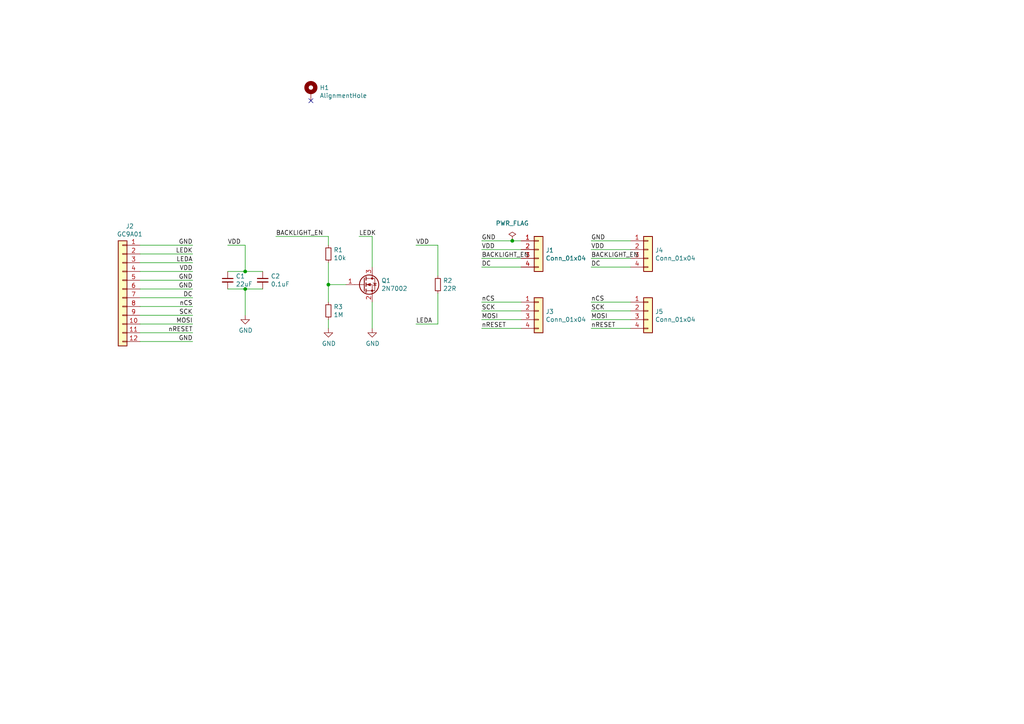
<source format=kicad_sch>
(kicad_sch (version 20211123) (generator eeschema)
  (paper "A4")
  (title_block (rev "${RELEASE_VERSION}") (comment 2 "${COMMIT_DATE_LONG}") (comment 3 "${COMMIT_HASH}"))
  (lib_symbols
    (symbol "Connector_Generic:Conn_01x04" (pin_names (offset 1.016) hide)
      (property "Reference" "J" (at 0 5.08 0))
      (property "Value" "Conn_01x04" (at 0 -7.62 0))
      (symbol "Conn_01x04_1_1"
        (rectangle (start -1.27 -4.953) (end 0 -5.207) (stroke (width 0.1524)))
        (rectangle (start -1.27 -2.413) (end 0 -2.667) (stroke (width 0.1524)))
        (rectangle (start -1.27 0.127) (end 0 -0.127) (stroke (width 0.1524)))
        (rectangle (start -1.27 2.667) (end 0 2.413) (stroke (width 0.1524)))
        (rectangle (start -1.27 3.81) (end 1.27 -6.35) (stroke (width 0.254)) (fill (type background)))
        (pin passive line (at -5.08 2.54 0) (length 3.81) (name "Pin_1") (number "1"))
        (pin passive line (at -5.08 0 0) (length 3.81) (name "Pin_2") (number "2"))
        (pin passive line (at -5.08 -2.54 0) (length 3.81) (name "Pin_3") (number "3"))
        (pin passive line (at -5.08 -5.08 0) (length 3.81) (name "Pin_4") (number "4"))
      )
    )
    (symbol "Connector_Generic:Conn_01x12" (pin_names (offset 1.016) hide)
      (property "Reference" "J" (at 0 15.24 0))
      (property "Value" "Conn_01x12" (at 0 -17.78 0))
      (symbol "Conn_01x12_1_1"
        (rectangle (start -1.27 -15.113) (end 0 -15.367) (stroke (width 0.1524)))
        (rectangle (start -1.27 -12.573) (end 0 -12.827) (stroke (width 0.1524)))
        (rectangle (start -1.27 -10.033) (end 0 -10.287) (stroke (width 0.1524)))
        (rectangle (start -1.27 -7.493) (end 0 -7.747) (stroke (width 0.1524)))
        (rectangle (start -1.27 -4.953) (end 0 -5.207) (stroke (width 0.1524)))
        (rectangle (start -1.27 -2.413) (end 0 -2.667) (stroke (width 0.1524)))
        (rectangle (start -1.27 0.127) (end 0 -0.127) (stroke (width 0.1524)))
        (rectangle (start -1.27 2.667) (end 0 2.413) (stroke (width 0.1524)))
        (rectangle (start -1.27 5.207) (end 0 4.953) (stroke (width 0.1524)))
        (rectangle (start -1.27 7.747) (end 0 7.493) (stroke (width 0.1524)))
        (rectangle (start -1.27 10.287) (end 0 10.033) (stroke (width 0.1524)))
        (rectangle (start -1.27 12.827) (end 0 12.573) (stroke (width 0.1524)))
        (rectangle (start -1.27 13.97) (end 1.27 -16.51) (stroke (width 0.254)) (fill (type background)))
        (pin passive line (at -5.08 12.7 0) (length 3.81) (name "Pin_1") (number "1"))
        (pin passive line (at -5.08 -10.16 0) (length 3.81) (name "Pin_10") (number "10"))
        (pin passive line (at -5.08 -12.7 0) (length 3.81) (name "Pin_11") (number "11"))
        (pin passive line (at -5.08 -15.24 0) (length 3.81) (name "Pin_12") (number "12"))
        (pin passive line (at -5.08 10.16 0) (length 3.81) (name "Pin_2") (number "2"))
        (pin passive line (at -5.08 7.62 0) (length 3.81) (name "Pin_3") (number "3"))
        (pin passive line (at -5.08 5.08 0) (length 3.81) (name "Pin_4") (number "4"))
        (pin passive line (at -5.08 2.54 0) (length 3.81) (name "Pin_5") (number "5"))
        (pin passive line (at -5.08 0 0) (length 3.81) (name "Pin_6") (number "6"))
        (pin passive line (at -5.08 -2.54 0) (length 3.81) (name "Pin_7") (number "7"))
        (pin passive line (at -5.08 -5.08 0) (length 3.81) (name "Pin_8") (number "8"))
        (pin passive line (at -5.08 -7.62 0) (length 3.81) (name "Pin_9") (number "9"))
      )
    )
    (symbol "Device:C_Small" (pin_numbers hide) (pin_names (offset 0.254) hide)
      (property "Reference" "C" (at 0.254 1.778 0))
      (property "Value" "C_Small" (at 0.254 -2.032 0))
      (symbol "C_Small_0_1"
        (polyline (pts (xy -1.524 -0.508) (xy 1.524 -0.508)) (stroke (width 0.3302)))
        (polyline (pts (xy -1.524 0.508) (xy 1.524 0.508)) (stroke (width 0.3048)))
      )
      (symbol "C_Small_1_1"
        (pin passive line (at 0 2.54 270) (length 2.032) (name "~") (number "1"))
        (pin passive line (at 0 -2.54 90) (length 2.032) (name "~") (number "2"))
      )
    )
    (symbol "Device:R_Small" (pin_numbers hide) (pin_names (offset 0.254) hide)
      (property "Reference" "R" (at 0.762 0.508 0))
      (property "Value" "R_Small" (at 0.762 -1.016 0))
      (symbol "R_Small_0_1"
        (rectangle (start -0.762 1.778) (end 0.762 -1.778) (stroke (width 0.2032)))
      )
      (symbol "R_Small_1_1"
        (pin passive line (at 0 2.54 270) (length 0.762) (name "~") (number "1"))
        (pin passive line (at 0 -2.54 90) (length 0.762) (name "~") (number "2"))
      )
    )
    (symbol "Mechanical:MountingHole_Pad" (pin_numbers hide) (pin_names (offset 1.016) hide)
      (property "Reference" "H" (at 0 6.35 0))
      (property "Value" "MountingHole_Pad" (at 0 4.445 0))
      (symbol "MountingHole_Pad_0_1"
        (circle (center 0 1.27) (radius 1.27) (stroke (width 1.27)))
      )
      (symbol "MountingHole_Pad_1_1"
        (pin input line (at 0 -2.54 90) (length 2.54) (name "1") (number "1"))
      )
    )
    (symbol "Transistor_FET:2N7002" (pin_names hide)
      (property "Reference" "Q" (at 5.08 1.905 0))
      (property "Value" "2N7002" (at 5.08 0 0))
      (symbol "2N7002_0_1"
        (polyline (pts (xy 0.254 0) (xy -2.54 0)))
        (polyline (pts (xy 0.254 1.905) (xy 0.254 -1.905)) (stroke (width 0.254)))
        (polyline (pts (xy 0.762 -1.27) (xy 0.762 -2.286)) (stroke (width 0.254)))
        (polyline (pts (xy 0.762 0.508) (xy 0.762 -0.508)) (stroke (width 0.254)))
        (polyline (pts (xy 0.762 2.286) (xy 0.762 1.27)) (stroke (width 0.254)))
        (polyline (pts (xy 2.54 2.54) (xy 2.54 1.778)))
        (polyline (pts (xy 2.54 -2.54) (xy 2.54 0) (xy 0.762 0)))
        (polyline (pts (xy 0.762 -1.778) (xy 3.302 -1.778) (xy 3.302 1.778) (xy 0.762 1.778)))
        (polyline (pts (xy 1.016 0) (xy 2.032 0.381) (xy 2.032 -0.381) (xy 1.016 0)) (fill (type outline)))
        (polyline (pts (xy 2.794 0.508) (xy 2.921 0.381) (xy 3.683 0.381) (xy 3.81 0.254)))
        (polyline (pts (xy 3.302 0.381) (xy 2.921 -0.254) (xy 3.683 -0.254) (xy 3.302 0.381)))
        (circle (center 1.651 0) (radius 2.794) (stroke (width 0.254)))
        (circle (center 2.54 -1.778) (radius 0.254) (fill (type outline)))
        (circle (center 2.54 1.778) (radius 0.254) (fill (type outline)))
      )
      (symbol "2N7002_1_1"
        (pin input line (at -5.08 0 0) (length 2.54) (name "G") (number "1"))
        (pin passive line (at 2.54 -5.08 90) (length 2.54) (name "S") (number "2"))
        (pin passive line (at 2.54 5.08 270) (length 2.54) (name "D") (number "3"))
      )
    )
    (symbol "power:GND" (power) (pin_names (offset 0))
      (property "Value" "GND" (at 0 -3.81 0))
      (symbol "GND_0_1"
        (polyline (pts (xy 0 0) (xy 0 -1.27) (xy 1.27 -1.27) (xy 0 -2.54) (xy -1.27 -1.27) (xy 0 -1.27)))
      )
      (symbol "GND_1_1"
        (pin power_in line (at 0 0 270) (length 0) hide (name "GND") (number "1"))
      )
    )
    (symbol "power:PWR_FLAG" (power) (pin_numbers hide) (pin_names (offset 0) hide)
      (property "Value" "PWR_FLAG" (at 0 3.81 0))
      (symbol "PWR_FLAG_0_0"
        (pin power_out line (at 0 0 90) (length 0) (name "pwr") (number "1"))
      )
      (symbol "PWR_FLAG_0_1"
        (polyline (pts (xy 0 0) (xy 0 1.27) (xy -1.016 1.905) (xy 0 2.54) (xy 1.016 1.905) (xy 0 1.27)))
      )
    )
  )
  (junction (at 71.12 78.74))
  (junction (at 95.25 82.55))
  (junction (at 71.12 83.82))
  (junction (at 148.59 69.85))
  (no_connect (at 90.17 29.21))
  (wire (pts (xy 151.13 92.71) (xy 139.7 92.71)))
  (wire (pts (xy 71.12 83.82) (xy 66.04 83.82)))
  (wire (pts (xy 151.13 72.39) (xy 139.7 72.39)))
  (wire (pts (xy 66.04 78.74) (xy 71.12 78.74)))
  (wire (pts (xy 182.88 69.85) (xy 171.45 69.85)))
  (wire (pts (xy 40.64 71.12) (xy 55.88 71.12)))
  (wire (pts (xy 71.12 83.82) (xy 71.12 91.44)))
  (wire (pts (xy 40.64 91.44) (xy 55.88 91.44)))
  (wire (pts (xy 40.64 93.98) (xy 55.88 93.98)))
  (wire (pts (xy 182.88 72.39) (xy 171.45 72.39)))
  (wire (pts (xy 151.13 90.17) (xy 139.7 90.17)))
  (wire (pts (xy 182.88 74.93) (xy 171.45 74.93)))
  (wire (pts (xy 71.12 78.74) (xy 71.12 71.12)))
  (wire (pts (xy 151.13 74.93) (xy 139.7 74.93)))
  (wire (pts (xy 182.88 95.25) (xy 171.45 95.25)))
  (wire (pts (xy 148.59 69.85) (xy 139.7 69.85)))
  (wire (pts (xy 95.25 68.58) (xy 95.25 71.12)))
  (wire (pts (xy 151.13 95.25) (xy 139.7 95.25)))
  (wire (pts (xy 151.13 87.63) (xy 139.7 87.63)))
  (wire (pts (xy 40.64 73.66) (xy 55.88 73.66)))
  (wire (pts (xy 100.33 82.55) (xy 95.25 82.55)))
  (wire (pts (xy 40.64 78.74) (xy 55.88 78.74)))
  (wire (pts (xy 71.12 78.74) (xy 76.2 78.74)))
  (wire (pts (xy 151.13 69.85) (xy 148.59 69.85)))
  (wire (pts (xy 40.64 83.82) (xy 55.88 83.82)))
  (wire (pts (xy 40.64 86.36) (xy 55.88 86.36)))
  (wire (pts (xy 40.64 96.52) (xy 55.88 96.52)))
  (wire (pts (xy 127 80.01) (xy 127 71.12)))
  (wire (pts (xy 182.88 92.71) (xy 171.45 92.71)))
  (wire (pts (xy 95.25 76.2) (xy 95.25 82.55)))
  (wire (pts (xy 151.13 77.47) (xy 139.7 77.47)))
  (wire (pts (xy 71.12 71.12) (xy 66.04 71.12)))
  (wire (pts (xy 127 93.98) (xy 127 85.09)))
  (wire (pts (xy 182.88 87.63) (xy 171.45 87.63)))
  (wire (pts (xy 76.2 83.82) (xy 71.12 83.82)))
  (wire (pts (xy 95.25 82.55) (xy 95.25 87.63)))
  (wire (pts (xy 80.01 68.58) (xy 95.25 68.58)))
  (wire (pts (xy 107.95 68.58) (xy 104.14 68.58)))
  (wire (pts (xy 182.88 90.17) (xy 171.45 90.17)))
  (wire (pts (xy 40.64 99.06) (xy 55.88 99.06)))
  (wire (pts (xy 40.64 81.28) (xy 55.88 81.28)))
  (wire (pts (xy 107.95 87.63) (xy 107.95 95.25)))
  (wire (pts (xy 107.95 77.47) (xy 107.95 68.58)))
  (wire (pts (xy 120.65 93.98) (xy 127 93.98)))
  (wire (pts (xy 95.25 95.25) (xy 95.25 92.71)))
  (wire (pts (xy 40.64 88.9) (xy 55.88 88.9)))
  (wire (pts (xy 127 71.12) (xy 120.65 71.12)))
  (wire (pts (xy 182.88 77.47) (xy 171.45 77.47)))
  (wire (pts (xy 40.64 76.2) (xy 55.88 76.2)))
  (label "BACKLIGHT_EN" (at 80.01 68.58 0))
  (label "MOSI" (at 139.7 92.71 0))
  (label "GND" (at 55.88 81.28 180))
  (label "VDD" (at 120.65 71.12 0))
  (label "VDD" (at 171.45 72.39 0))
  (label "DC" (at 55.88 86.36 180))
  (label "nRESET" (at 55.88 96.52 180))
  (label "LEDK" (at 104.14 68.58 0))
  (label "DC" (at 139.7 77.47 0))
  (label "LEDA" (at 55.88 76.2 180))
  (label "GND" (at 55.88 99.06 180))
  (label "MOSI" (at 55.88 93.98 180))
  (label "VDD" (at 66.04 71.12 0))
  (label "GND" (at 55.88 83.82 180))
  (label "SCK" (at 171.45 90.17 0))
  (label "GND" (at 139.7 69.85 0))
  (label "BACKLIGHT_EN" (at 139.7 74.93 0))
  (label "MOSI" (at 171.45 92.71 0))
  (label "nCS" (at 139.7 87.63 0))
  (label "LEDK" (at 55.88 73.66 180))
  (label "SCK" (at 55.88 91.44 180))
  (label "VDD" (at 139.7 72.39 0))
  (label "BACKLIGHT_EN" (at 171.45 74.93 0))
  (label "nRESET" (at 171.45 95.25 0))
  (label "GND" (at 171.45 69.85 0))
  (label "VDD" (at 55.88 78.74 180))
  (label "DC" (at 171.45 77.47 0))
  (label "LEDA" (at 120.65 93.98 0))
  (label "SCK" (at 139.7 90.17 0))
  (label "nRESET" (at 139.7 95.25 0))
  (label "nCS" (at 55.88 88.9 180))
  (label "GND" (at 55.88 71.12 180))
  (label "nCS" (at 171.45 87.63 0))
  (symbol (lib_id "Mechanical:MountingHole_Pad") (at 90.17 26.67 0) (unit 1)
    (property "Reference" "H1" (at 92.71 25.4254 0) (effects (justify left)))
    (property "Value" "AlignmentHole" (at 92.71 27.7368 0) (effects (justify left)))
    (property "Footprint" "Holes:AlignmentHole_1.6" (effects hide))
  )
  (symbol (lib_id "Connector_Generic:Conn_01x12") (at 35.56 83.82 0) (mirror y) (unit 1)
    (property "Reference" "J2" (at 37.6428 65.6082 0))
    (property "Value" "GC9A01" (at 37.6428 67.9196 0))
    (property "Footprint" "LCD_GC9A01:GC9A01Round1.28" (effects hide))
    (property "AliExpress" "https://www.aliexpress.com/item/1005001321857930.html" (effects hide))
    (property "Digikey" "N/A" (effects hide))
    (property "LCSC" "N/A" (effects hide))
    (property "Mouser" "N/A" (effects hide))
  )
  (symbol (lib_id "Connector_Generic:Conn_01x04") (at 156.21 72.39 0) (unit 1)
    (property "Reference" "J1" (at 158.242 72.5932 0) (effects (justify left)))
    (property "Value" "Conn_01x04" (at 158.242 74.9046 0) (effects (justify left)))
    (property "Footprint" "SolderPads:SolderPads_2mm_4" (effects hide))
  )
  (symbol (lib_id "Connector_Generic:Conn_01x04") (at 156.21 90.17 0) (unit 1)
    (property "Reference" "J3" (at 158.242 90.3732 0) (effects (justify left)))
    (property "Value" "Conn_01x04" (at 158.242 92.6846 0) (effects (justify left)))
    (property "Footprint" "SolderPads:SolderPads_2mm_4" (effects hide))
  )
  (symbol (lib_id "Transistor_FET:2N7002") (at 105.41 82.55 0) (unit 1)
    (property "Reference" "Q1" (at 110.5916 81.3816 0) (effects (justify left)))
    (property "Value" "2N7002" (at 110.5916 83.693 0) (effects (justify left)))
    (property "Footprint" "Package_TO_SOT_SMD:SOT-23" (effects hide))
    (property "Datasheet" "https://www.onsemi.com/pub/Collateral/NDS7002A-D.PDF" (effects hide))
    (property "Digikey" "2N7002H6327XTSA2CT-ND" (effects hide))
    (property "LCSC" "2N7002" (effects hide))
    (property "Mouser" "771-2N7002NXAKR" (effects hide))
  )
  (symbol (lib_id "power:GND") (at 107.95 95.25 0) (unit 1)
    (property "Reference" "#PWR03" (effects hide))
    (property "Value" "GND" (at 108.077 99.6442 0))
  )
  (symbol (lib_id "power:GND") (at 95.25 95.25 0) (unit 1)
    (property "Reference" "#PWR02" (effects hide))
    (property "Value" "GND" (at 95.377 99.6442 0))
  )
  (symbol (lib_id "Device:R_Small") (at 95.25 90.17 0) (unit 1)
    (property "Reference" "R3" (at 96.7486 89.0016 0) (effects (justify left)))
    (property "Value" "1M" (at 96.7486 91.313 0) (effects (justify left)))
    (property "Footprint" "Resistor_SMD:R_0603_1608Metric" (effects hide))
    (property "Digikey" "RMCF0603JT1M00CT-ND" (effects hide))
    (property "Mouser" "652-CR0603FX-1004ELF" (effects hide))
  )
  (symbol (lib_id "Device:R_Small") (at 95.25 73.66 0) (unit 1)
    (property "Reference" "R1" (at 96.7486 72.4916 0) (effects (justify left)))
    (property "Value" "10k" (at 96.7486 74.803 0) (effects (justify left)))
    (property "Footprint" "Resistor_SMD:R_0603_1608Metric" (effects hide))
    (property "Digikey" "RMCF0603JT10K0CT-ND" (effects hide))
    (property "LCSC" "C98220" (effects hide))
    (property "Mouser" "652-CR0603FX-1002ELF" (effects hide))
  )
  (symbol (lib_id "Device:C_Small") (at 66.04 81.28 0) (unit 1)
    (property "Reference" "C1" (at 68.3768 80.1116 0) (effects (justify left)))
    (property "Value" "22uF" (at 68.3768 82.423 0) (effects (justify left)))
    (property "Footprint" "Capacitor_SMD:C_0805_2012Metric" (effects hide))
    (property "Digikey" "1276-CL21A226MAYNNNECT-ND" (effects hide))
    (property "LCSC" "C98190" (effects hide))
    (property "Mouser" "187-CL21A226MAYNNNE" (effects hide))
  )
  (symbol (lib_id "power:GND") (at 71.12 91.44 0) (unit 1)
    (property "Reference" "#PWR01" (effects hide))
    (property "Value" "GND" (at 71.247 95.8342 0))
  )
  (symbol (lib_id "Device:R_Small") (at 127 82.55 0) (unit 1)
    (property "Reference" "R2" (at 128.4986 81.3816 0) (effects (justify left)))
    (property "Value" "22R" (at 128.4986 83.693 0) (effects (justify left)))
    (property "Footprint" "Resistor_SMD:R_0603_1608Metric" (effects hide))
    (property "Digikey" "RMCF0603JT22R0CT-ND" (effects hide))
    (property "Mouser" "652-CR0603FX-22R0ELF" (effects hide))
  )
  (symbol (lib_id "Device:C_Small") (at 76.2 81.28 0) (unit 1)
    (property "Reference" "C2" (at 78.5368 80.1116 0) (effects (justify left)))
    (property "Value" "0.1uF" (at 78.5368 82.423 0) (effects (justify left)))
    (property "Footprint" "Capacitor_SMD:C_0603_1608Metric" (effects hide))
    (property "Digikey" "1276-1935-1-ND" (effects hide))
    (property "LCSC" "C1591" (effects hide))
    (property "Mouser" "187-CL10B104KB8NNWC" (effects hide))
  )
  (symbol (lib_id "Connector_Generic:Conn_01x04") (at 187.96 72.39 0) (unit 1)
    (property "Reference" "J4" (at 189.992 72.5932 0) (effects (justify left)))
    (property "Value" "Conn_01x04" (at 189.992 74.9046 0) (effects (justify left)))
    (property "Footprint" "SolderPads:SolderPads_2mm_4" (effects hide))
  )
  (symbol (lib_id "Connector_Generic:Conn_01x04") (at 187.96 90.17 0) (unit 1)
    (property "Reference" "J5" (at 189.992 90.3732 0) (effects (justify left)))
    (property "Value" "Conn_01x04" (at 189.992 92.6846 0) (effects (justify left)))
    (property "Footprint" "SolderPads:SolderPads_2mm_4" (effects hide))
  )
  (symbol (lib_id "power:PWR_FLAG") (at 148.59 69.85 0) (unit 1)
    (property "Reference" "#FLG0101" (effects hide))
    (property "Value" "PWR_FLAG" (at 148.59 64.77 0))
  )
)
</source>
